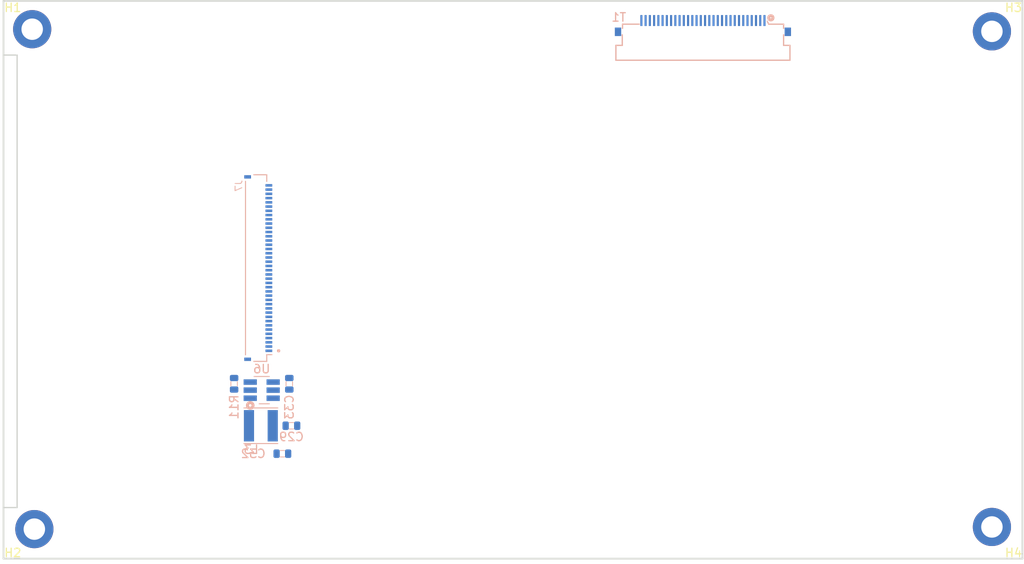
<source format=kicad_pcb>
(kicad_pcb (version 20221018) (generator pcbnew)
  (layers (0 "F.Cu" signal) (1 "In1.Cu" power) (2 "In2.Cu" power) (31 "B.Cu" signal) (34 "B.Paste" user) (35 "F.Paste" user) (36 "B.SilkS" user "B.Silkscreen") (37 "F.SilkS" user "F.Silkscreen") (38 "B.Mask" user) (39 "F.Mask" user) (44 "Edge.Cuts" user))
  (net 0 "")
  (net 1 "GND")
  (net 2 "VDD_1V8")
  (net 3 "VDD_3V3")
  (net 4 "/VLED+")
  (net 5 "Net-(H1-Pad1)")
  (net 6 "Net-(H2-Pad1)")
  (net 7 "Net-(H3-Pad1)")
  (net 8 "Net-(H4-Pad1)")
  (net 9 "Net-(J7-Pad40)")
  (net 10 "Net-(J7-Pad39)")
  (net 11 "Net-(J7-Pad38)")
  (net 12 "Net-(J7-Pad37)")
  (net 13 "Net-(J7-Pad36)")
  (net 14 "Net-(J7-Pad35)")
  (net 15 "Net-(J7-Pad34)")
  (net 16 "Net-(J7-Pad33)")
  (net 17 "Net-(J7-Pad32)")
  (net 18 "Net-(J7-Pad29)")
  (net 19 "Net-(J7-Pad28)")
  (net 20 "/LCD_RESET")
  (net 21 "/LCD_TE")
  (net 22 "Net-(J7-Pad25)")
  (net 23 "/VLED-")
  (net 24 "Net-(L3-Pad2)")
  (net 25 "/DISP_D3_P")
  (net 26 "/DISP_D3_N")
  (net 27 "/DISP_D2_P")
  (net 28 "/DISP_D2_N")
  (net 29 "/DISP_CK_P")
  (net 30 "/DISP_CK_N")
  (net 31 "/DISP_D1_P")
  (net 32 "/DISP_D1_N")
  (net 33 "/DISP_D0_P")
  (net 34 "/DISP_D0_N")
  (net 35 "/DRDY_M")
  (net 36 "/BL_PWM")
  (net 37 "/SMIC_R")
  (net 38 "/SMIC_L")
  (net 39 "/SPK_R")
  (net 40 "/SPK_L")
  (footprint "kimchi_ulid:M2.5HOLE" (layer "F.Cu") (at 103.378 37.592)
    (fp_text reference "H1" (at -2.286 -2.54) (layer "F.SilkS"))
    (fp_text value "M2.5HOLE")
    (pad "1" thru_hole circle (at 0 0) (size 4.5 4.5) (drill 2.525) (layers "*.Cu" "*.Mask") (net 5 "Net-(H1-Pad1)"))
  )
  (footprint "kimchi_ulid:M2.5HOLE" (layer "F.Cu") (at 103.632 96.52)
    (fp_text reference "H2" (at -2.54 2.794) (layer "F.SilkS"))
    (fp_text value "M2.5HOLE")
    (pad "1" thru_hole circle (at 0 0) (size 4.5 4.5) (drill 2.525) (layers "*.Cu" "*.Mask") (net 6 "Net-(H2-Pad1)"))
  )
  (footprint "kimchi_ulid:M2.5HOLE" (layer "F.Cu") (at 216.408 37.846)
    (fp_text reference "H3" (at 2.54 -2.794) (layer "F.SilkS"))
    (fp_text value "M2.5HOLE")
    (pad "1" thru_hole circle (at 0 0) (size 4.5 4.5) (drill 2.525) (layers "*.Cu" "*.Mask") (net 7 "Net-(H3-Pad1)"))
  )
  (footprint "kimchi_ulid:M2.5HOLE" (layer "F.Cu") (at 216.408 96.266)
    (fp_text reference "H4" (at 2.54 3.048) (layer "F.SilkS"))
    (fp_text value "M2.5HOLE")
    (pad "1" thru_hole circle (at 0 0) (size 4.5 4.5) (drill 2.525) (layers "*.Cu" "*.Mask") (net 8 "Net-(H4-Pad1)"))
  )
  (footprint "kimchi_ulid:HRS_FH19C-40S-0.5SH_1x40-1MP_P0.50mm" (layer "B.Cu") (at 130 65.749999 90)
    (fp_text reference "J7" (at 9.702 -2.294 270) (layer "B.SilkS") (effects (font (size 0.8 0.8) (thickness 0.1)) (justify mirror)))
    (fp_text value "FH19C-40S-0.5SH(10)")
    (fp_line (start -11 1) (end -11 -0.53) (stroke (width 0.127)) (layer "B.SilkS"))
    (fp_line (start -10.23 -1.5) (end 10.23 -1.5) (stroke (width 0.127)) (layer "B.SilkS"))
    (fp_line (start -10.21 1) (end -11 1) (stroke (width 0.127)) (layer "B.SilkS"))
    (fp_line (start -10.21 1) (end -10.21 1.61) (stroke (width 0.127)) (layer "B.SilkS"))
    (fp_line (start 10.21 1) (end 11 1) (stroke (width 0.127)) (layer "B.SilkS"))
    (fp_line (start 11 1) (end 11 -0.53) (stroke (width 0.127)) (layer "B.SilkS"))
    (fp_circle (center -9.75 2.4) (end -9.65 2.4) (stroke (width 0.2)) (fill none) (layer "B.SilkS"))
    (pad "1" smd rect locked (at -9.75 1.25 90) (size 0.3 0.8) (layers "B.Cu" "B.Mask") (net 23 "/VLED-"))
    (pad "2" smd rect locked (at -9.25 1.25 90) (size 0.3 0.8) (layers "B.Cu" "B.Mask") (net 23 "/VLED-"))
    (pad "3" smd rect locked (at -8.75 1.25 90) (size 0.3 0.8) (layers "B.Cu" "B.Mask") (net 4 "/VLED+"))
    (pad "4" smd rect locked (at -8.25 1.25 90) (size 0.3 0.8) (layers "B.Cu" "B.Mask") (net 1 "GND"))
    (pad "5" smd rect locked (at -7.75 1.25 90) (size 0.3 0.8) (layers "B.Cu" "B.Mask") (net 1 "GND"))
    (pad "6" smd rect locked (at -7.25 1.25 90) (size 0.3 0.8) (layers "B.Cu" "B.Mask") (net 34 "/DISP_D0_N"))
    (pad "7" smd rect locked (at -6.75 1.25 90) (size 0.3 0.8) (layers "B.Cu" "B.Mask") (net 33 "/DISP_D0_P"))
    (pad "8" smd rect locked (at -6.25 1.25 90) (size 0.3 0.8) (layers "B.Cu" "B.Mask") (net 1 "GND"))
    (pad "9" smd rect locked (at -5.75 1.25 90) (size 0.3 0.8) (layers "B.Cu" "B.Mask") (net 32 "/DISP_D1_N"))
    (pad "10" smd rect locked (at -5.25 1.25 90) (size 0.3 0.8) (layers "B.Cu" "B.Mask") (net 31 "/DISP_D1_P"))
    (pad "11" smd rect locked (at -4.75 1.25 90) (size 0.3 0.8) (layers "B.Cu" "B.Mask") (net 1 "GND"))
    (pad "12" smd rect locked (at -4.25 1.25 90) (size 0.3 0.8) (layers "B.Cu" "B.Mask") (net 30 "/DISP_CK_N"))
    (pad "13" smd rect locked (at -3.75 1.25 90) (size 0.3 0.8) (layers "B.Cu" "B.Mask") (net 29 "/DISP_CK_P"))
    (pad "14" smd rect locked (at -3.25 1.25 90) (size 0.3 0.8) (layers "B.Cu" "B.Mask") (net 1 "GND"))
    (pad "15" smd rect locked (at -2.75 1.25 90) (size 0.3 0.8) (layers "B.Cu" "B.Mask") (net 28 "/DISP_D2_N"))
    (pad "16" smd rect locked (at -2.25 1.25 90) (size 0.3 0.8) (layers "B.Cu" "B.Mask") (net 27 "/DISP_D2_P"))
    (pad "17" smd rect locked (at -1.75 1.25 90) (size 0.3 0.8) (layers "B.Cu" "B.Mask") (net 1 "GND"))
    (pad "18" smd rect locked (at -1.25 1.25 90) (size 0.3 0.8) (layers "B.Cu" "B.Mask") (net 26 "/DISP_D3_N"))
    (pad "19" smd rect locked (at -0.75 1.25 90) (size 0.3 0.8) (layers "B.Cu" "B.Mask") (net 25 "/DISP_D3_P"))
    (pad "20" smd rect locked (at -0.25 1.25 90) (size 0.3 0.8) (layers "B.Cu" "B.Mask") (net 1 "GND"))
    (pad "21" smd rect locked (at 0.25 1.25 90) (size 0.3 0.8) (layers "B.Cu" "B.Mask") (net 3 "VDD_3V3"))
    (pad "22" smd rect locked (at 0.75 1.25 90) (size 0.3 0.8) (layers "B.Cu" "B.Mask") (net 3 "VDD_3V3"))
    (pad "23" smd rect locked (at 1.25 1.25 90) (size 0.3 0.8) (layers "B.Cu" "B.Mask") (net 1 "GND"))
    (pad "24" smd rect locked (at 1.75 1.25 90) (size 0.3 0.8) (layers "B.Cu" "B.Mask") (net 1 "GND"))
    (pad "25" smd rect locked (at 2.25 1.25 90) (size 0.3 0.8) (layers "B.Cu" "B.Mask") (net 22 "Net-(J7-Pad25)"))
    (pad "26" smd rect locked (at 2.75 1.25 90) (size 0.3 0.8) (layers "B.Cu" "B.Mask") (net 21 "/LCD_TE"))
    (pad "27" smd rect locked (at 3.25 1.25 90) (size 0.3 0.8) (layers "B.Cu" "B.Mask") (net 20 "/LCD_RESET"))
    (pad "28" smd rect locked (at 3.75 1.25 90) (size 0.3 0.8) (layers "B.Cu" "B.Mask") (net 19 "Net-(J7-Pad28)"))
    (pad "29" smd rect locked (at 4.25 1.25 90) (size 0.3 0.8) (layers "B.Cu" "B.Mask") (net 18 "Net-(J7-Pad29)"))
    (pad "30" smd rect locked (at 4.75 1.25 90) (size 0.3 0.8) (layers "B.Cu" "B.Mask") (net 3 "VDD_3V3"))
    (pad "31" smd rect locked (at 5.25 1.25 90) (size 0.3 0.8) (layers "B.Cu" "B.Mask") (net 3 "VDD_3V3"))
    (pad "32" smd rect locked (at 5.75 1.25 90) (size 0.3 0.8) (layers "B.Cu" "B.Mask") (net 17 "Net-(J7-Pad32)"))
    (pad "33" smd rect locked (at 6.25 1.25 90) (size 0.3 0.8) (layers "B.Cu" "B.Mask") (net 16 "Net-(J7-Pad33)"))
    (pad "34" smd rect locked (at 6.75 1.25 90) (size 0.3 0.8) (layers "B.Cu" "B.Mask") (net 15 "Net-(J7-Pad34)"))
    (pad "35" smd rect locked (at 7.25 1.25 90) (size 0.3 0.8) (layers "B.Cu" "B.Mask") (net 14 "Net-(J7-Pad35)"))
    (pad "36" smd rect locked (at 7.75 1.25 90) (size 0.3 0.8) (layers "B.Cu" "B.Mask") (net 13 "Net-(J7-Pad36)"))
    (pad "37" smd rect locked (at 8.25 1.25 90) (size 0.3 0.8) (layers "B.Cu" "B.Mask") (net 12 "Net-(J7-Pad37)"))
    (pad "38" smd rect locked (at 8.75 1.25 90) (size 0.3 0.8) (layers "B.Cu" "B.Mask") (net 11 "Net-(J7-Pad38)"))
    (pad "39" smd rect locked (at 9.25 1.25 90) (size 0.3 0.8) (layers "B.Cu" "B.Mask") (net 10 "Net-(J7-Pad39)"))
    (pad "40" smd rect locked (at 9.75 1.25 90) (size 0.3 0.8) (layers "B.Cu" "B.Mask") (net 9 "Net-(J7-Pad40)"))
    (pad "MP" smd rect locked (at -10.75 -1.25 90) (size 0.4 0.8) (layers "B.Cu" "B.Paste" "B.Mask") (net 1 "GND"))
    (pad "MP" smd rect locked (at 10.75 -1.25 90) (size 0.4 0.8) (layers "B.Cu" "B.Paste" "B.Mask") (net 1 "GND"))
  )
  (footprint "kimchi_ulid:L_Taiyo-Yuden_MD-4040" (layer "B.Cu") (at 130.307999 84.335001 180)
    (fp_text reference "L3" (at 1.149999 -2.804999) (layer "B.SilkS") (effects (justify mirror)))
    (fp_text value "TYA4012220M-10")
    (fp_line (start -2 -2.1) (end 2 -2.1) (stroke (width 0.12)) (layer "B.SilkS"))
    (fp_line (start -2 2.1) (end 2 2.1) (stroke (width 0.12)) (layer "B.SilkS"))
    (pad "1" smd rect (at -1.4 0 180) (size 1.2 3.7) (layers "B.Cu" "B.Paste" "B.Mask") (net 3 "VDD_3V3"))
    (pad "2" smd rect (at 1.4 0 180) (size 1.2 3.7) (layers "B.Cu" "B.Paste" "B.Mask") (net 24 "Net-(L3-Pad2)"))
  )
  (footprint "kimchi_ulid:C0603" (layer "B.Cu") (at 133.658 79.39 90)
    (fp_text reference "C33" (at -2.75 0 90) (layer "B.SilkS") (effects (justify mirror)))
    (fp_text value "CGA3E3X7R1H224K080AB" hide)
    (fp_line (start -0.254 -0.381) (end 0.254 -0.381) (stroke (width 0.1)) (layer "B.SilkS"))
    (fp_line (start -0.254 0.381) (end 0.254 0.381) (stroke (width 0.1)) (layer "B.SilkS"))
    (pad "1" smd roundrect (at -0.68 0 90) (size 0.74 1) (layers "B.Cu" "B.Paste" "B.Mask") (net 4 "/VLED+"))
    (pad "2" smd roundrect (at 0.68 0 90) (size 0.74 1) (layers "B.Cu" "B.Paste" "B.Mask") (net 1 "GND"))
  )
  (footprint "kimchi_ulid:C0603" (layer "B.Cu") (at 133.908 84.335001)
    (fp_text reference "C29" (at 0 1.304999) (layer "B.SilkS") (effects (justify mirror)))
    (fp_text value "C0603C104M5RACAUTO" hide)
    (fp_line (start -0.254 -0.381) (end 0.254 -0.381) (stroke (width 0.1)) (layer "B.SilkS"))
    (fp_line (start -0.254 0.381) (end 0.254 0.381) (stroke (width 0.1)) (layer "B.SilkS"))
    (pad "1" smd roundrect (at -0.68 0) (size 0.74 1) (layers "B.Cu" "B.Paste" "B.Mask") (net 3 "VDD_3V3"))
    (pad "2" smd roundrect (at 0.68 0) (size 0.74 1) (layers "B.Cu" "B.Paste" "B.Mask") (net 1 "GND"))
  )
  (footprint "kimchi_ulid:R0603" (layer "B.Cu") (at 127.158 79.39 -90)
    (fp_text reference "R11" (at 2.75 0 90) (layer "B.SilkS") (effects (justify mirror)))
    (fp_text value "RE0603FRE0710RL")
    (fp_line (start -0.254 -0.381) (end 0.254 -0.381) (stroke (width 0.1)) (layer "B.SilkS"))
    (fp_line (start -0.254 0.381) (end 0.254 0.381) (stroke (width 0.1)) (layer "B.SilkS"))
    (pad "1" smd roundrect (at -0.68 0 270) (size 0.74 1) (layers "B.Cu" "B.Paste" "B.Mask") (net 23 "/VLED-"))
    (pad "2" smd roundrect (at 0.68 0 270) (size 0.74 1) (layers "B.Cu" "B.Paste" "B.Mask") (net 1 "GND"))
  )
  (footprint "kimchi_ulid:SOT-23-6_Handsoldering" (layer "B.Cu") (at 130.408 80.14)
    (fp_text reference "U6" (at 0 -2.5) (layer "B.SilkS") (effects (justify mirror)))
    (fp_text value "AP3019AKTR-G1")
    (fp_line (start -0.9 -1.61) (end 0.9 -1.61) (stroke (width 0.12)) (layer "B.SilkS"))
    (fp_line (start 0.9 1.61) (end -0.3 1.61) (stroke (width 0.12)) (layer "B.SilkS"))
    (fp_circle (center -1.35 1.8) (end -1.2 1.85) (stroke (width 0.35)) (fill none) (layer "B.SilkS"))
    (pad "1" smd rect (at -1.35 0.95) (size 1.56 0.65) (layers "B.Cu" "B.Paste" "B.Mask") (net 24 "Net-(L3-Pad2)"))
    (pad "2" smd rect (at -1.35 0) (size 1.56 0.65) (layers "B.Cu" "B.Paste" "B.Mask") (net 1 "GND"))
    (pad "3" smd rect (at -1.35 -0.95) (size 1.56 0.65) (layers "B.Cu" "B.Paste" "B.Mask") (net 23 "/VLED-"))
    (pad "4" smd rect (at 1.35 -0.95) (size 1.56 0.65) (layers "B.Cu" "B.Paste" "B.Mask") (net 36 "/BL_PWM"))
    (pad "5" smd rect (at 1.35 0) (size 1.56 0.65) (layers "B.Cu" "B.Paste" "B.Mask") (net 4 "/VLED+"))
    (pad "6" smd rect (at 1.35 0.95) (size 1.56 0.65) (layers "B.Cu" "B.Paste" "B.Mask") (net 3 "VDD_3V3"))
  )
  (footprint "kimchi_ulid:SFV30R-4STBE1HLF" (layer "B.Cu") (at 182.372 40)
    (fp_text reference "T1" (at -9.906 -3.81) (layer "B.SilkS") (effects (justify mirror)))
    (fp_text value "SFV30R-4STBE1HLF" hide)
    (fp_line (start -10.25 -0.5) (end -9.5 -0.5) (stroke (width 0.1524)) (layer "B.SilkS"))
    (fp_line (start -10.25 1.25) (end -10.25 -0.5) (stroke (width 0.1524)) (layer "B.SilkS"))
    (fp_line (start -9.5 -0.5) (end -9.5 -1.75) (stroke (width 0.1524)) (layer "B.SilkS"))
    (fp_line (start -9.469061 -3) (end -7.5 -3) (stroke (width 0.1524)) (layer "B.SilkS"))
    (fp_line (start -9.469061 -2.5) (end -9.469061 -3) (stroke (width 0.1524)) (layer "B.SilkS"))
    (fp_line (start 7.75 -3) (end 7.57474 -3.35052) (stroke (width 0.1524)) (layer "B.SilkS"))
    (fp_line (start 7.75 -3) (end 9.5 -3) (stroke (width 0.1524)) (layer "B.SilkS"))
    (fp_line (start 9.5 -3) (end 9.5 -2.5) (stroke (width 0.1524)) (layer "B.SilkS"))
    (fp_line (start 9.5 -0.5) (end 9.5 -1.75) (stroke (width 0.1524)) (layer "B.SilkS"))
    (fp_line (start 10.25 -0.5) (end 9.5 -0.5) (stroke (width 0.1524)) (layer "B.SilkS"))
    (fp_line (start 10.25 1.25) (end -10.25 1.25) (stroke (width 0.1524)) (layer "B.SilkS"))
    (fp_line (start 10.25 1.25) (end 10.25 -0.5) (stroke (width 0.1524)) (layer "B.SilkS"))
    (fp_circle (center 8 -3.75) (end 8.25 -3.75) (stroke (width 0.35)) (fill none) (layer "B.SilkS"))
    (pad "1" smd rect locked (at 7.250001 -3.429 270) (size 1.2954 0.254) (layers "B.Cu" "B.Paste" "B.Mask") (net 35 "/DRDY_M"))
    (pad "2" smd rect locked (at 6.750002 -3.429 270) (size 1.2954 0.254) (layers "B.Cu" "B.Paste" "B.Mask") (net 20 "/LCD_RESET"))
    (pad "3" smd rect locked (at 6.250001 -3.429 270) (size 1.2954 0.254) (layers "B.Cu" "B.Paste" "B.Mask") (net 21 "/LCD_TE"))
    (pad "4" smd rect locked (at 5.750002 -3.429 270) (size 1.2954 0.254) (layers "B.Cu" "B.Paste" "B.Mask") (net 36 "/BL_PWM"))
    (pad "5" smd rect locked (at 5.25 -3.429 270) (size 1.2954 0.254) (layers "B.Cu" "B.Paste" "B.Mask") (net 1 "GND"))
    (pad "6" smd rect locked (at 4.750001 -3.429 270) (size 1.2954 0.254) (layers "B.Cu" "B.Paste" "B.Mask") (net 33 "/DISP_D0_P"))
    (pad "7" smd rect locked (at 4.250002 -3.429 270) (size 1.2954 0.254) (layers "B.Cu" "B.Paste" "B.Mask") (net 34 "/DISP_D0_N"))
    (pad "8" smd rect locked (at 3.750001 -3.429 270) (size 1.2954 0.254) (layers "B.Cu" "B.Paste" "B.Mask") (net 1 "GND"))
    (pad "9" smd rect locked (at 3.250002 -3.429 270) (size 1.2954 0.254) (layers "B.Cu" "B.Paste" "B.Mask") (net 31 "/DISP_D1_P"))
    (pad "10" smd rect locked (at 2.750003 -3.429 270) (size 1.2954 0.254) (layers "B.Cu" "B.Paste" "B.Mask") (net 32 "/DISP_D1_N"))
    (pad "11" smd rect locked (at 2.250001 -3.429 270) (size 1.2954 0.254) (layers "B.Cu" "B.Paste" "B.Mask") (net 1 "GND"))
    (pad "12" smd rect locked (at 1.750002 -3.429 270) (size 1.2954 0.254) (layers "B.Cu" "B.Paste" "B.Mask") (net 29 "/DISP_CK_P"))
    (pad "13" smd rect locked (at 1.25 -3.429 270) (size 1.2954 0.254) (layers "B.Cu" "B.Paste" "B.Mask") (net 30 "/DISP_CK_N"))
    (pad "14" smd rect locked (at 0.750002 -3.429 270) (size 1.2954 0.254) (layers "B.Cu" "B.Paste" "B.Mask") (net 1 "GND"))
    (pad "15" smd rect locked (at 0.250003 -3.429 270) (size 1.2954 0.254) (layers "B.Cu" "B.Paste" "B.Mask") (net 27 "/DISP_D2_P"))
    (pad "16" smd rect locked (at -0.249999 -3.429 270) (size 1.2954 0.254) (layers "B.Cu" "B.Paste" "B.Mask") (net 28 "/DISP_D2_N"))
    (pad "17" smd rect locked (at -0.749998 -3.429 270) (size 1.2954 0.254) (layers "B.Cu" "B.Paste" "B.Mask") (net 1 "GND"))
    (pad "18" smd rect locked (at -1.25 -3.429 270) (size 1.2954 0.254) (layers "B.Cu" "B.Paste" "B.Mask") (net 25 "/DISP_D3_P"))
    (pad "19" smd rect locked (at -1.749999 -3.429 270) (size 1.2954 0.254) (layers "B.Cu" "B.Paste" "B.Mask") (net 26 "/DISP_D3_N"))
    (pad "20" smd rect locked (at -2.249998 -3.429 270) (size 1.2954 0.254) (layers "B.Cu" "B.Paste" "B.Mask") (net 1 "GND"))
    (pad "21" smd rect locked (at -2.749999 -3.429 270) (size 1.2954 0.254) (layers "B.Cu" "B.Paste" "B.Mask") (net 2 "VDD_1V8"))
    (pad "22" smd rect locked (at -3.249998 -3.429 270) (size 1.2954 0.254) (layers "B.Cu" "B.Paste" "B.Mask") (net 2 "VDD_1V8"))
    (pad "23" smd rect locked (at -3.75 -3.429 270) (size 1.2954 0.254) (layers "B.Cu" "B.Paste" "B.Mask") (net 2 "VDD_1V8"))
    (pad "24" smd rect locked (at -4.249999 -3.429 270) (size 1.2954 0.254) (layers "B.Cu" "B.Paste" "B.Mask") (net 3 "VDD_3V3"))
    (pad "25" smd rect locked (at -4.75 -3.429 270) (size 1.2954 0.254) (layers "B.Cu" "B.Paste" "B.Mask") (net 3 "VDD_3V3"))
    (pad "26" smd rect locked (at -5.25 -3.429 270) (size 1.2954 0.254) (layers "B.Cu" "B.Paste" "B.Mask") (net 3 "VDD_3V3"))
    (pad "27" smd rect locked (at -5.75 -3.429 270) (size 1.2954 0.254) (layers "B.Cu" "B.Paste" "B.Mask") (net 40 "/SPK_L"))
    (pad "28" smd rect locked (at -6.25 -3.429 270) (size 1.2954 0.254) (layers "B.Cu" "B.Paste" "B.Mask") (net 39 "/SPK_R"))
    (pad "29" smd rect locked (at -6.75 -3.429 270) (size 1.2954 0.254) (layers "B.Cu" "B.Paste" "B.Mask") (net 38 "/SMIC_L"))
    (pad "30" smd rect locked (at -7.25 -3.429 270) (size 1.2954 0.254) (layers "B.Cu" "B.Paste" "B.Mask") (net 37 "/SMIC_R"))
    (pad "31" smd rect locked (at -10 -2.1) (size 0.75 1) (layers "B.Cu" "B.Paste" "B.Mask"))
    (pad "32" smd rect locked (at 10 -2.1) (size 0.75 1) (layers "B.Cu" "B.Paste" "B.Mask"))
  )
  (footprint "kimchi_ulid:C0603" (layer "B.Cu") (at 132.842 87.63)
    (fp_text reference "C32" (at -3.429 0) (layer "B.SilkS") (effects (justify mirror)))
    (fp_text value "C0603C105K4PAC7411" hide)
    (fp_line (start -0.254 -0.381) (end 0.254 -0.381) (stroke (width 0.1)) (layer "B.SilkS"))
    (fp_line (start -0.254 0.381) (end 0.254 0.381) (stroke (width 0.1)) (layer "B.SilkS"))
    (pad "1" smd roundrect (at -0.68 0) (size 0.74 1) (layers "B.Cu" "B.Paste" "B.Mask") (net 3 "VDD_3V3"))
    (pad "2" smd roundrect (at 0.68 0) (size 0.74 1) (layers "B.Cu" "B.Paste" "B.Mask") (net 1 "GND"))
  )
  (gr_line (start 100.076 93.98) (end 101.6 93.98) (stroke (width 0.15)) (layer "Edge.Cuts"))
  (gr_line (start 101.6 93.98) (end 101.6 40.64) (stroke (width 0.15)) (layer "Edge.Cuts"))
  (gr_line (start 99.999999 34.25) (end 220 34.25) (stroke (width 0.2)) (layer "Edge.Cuts"))
  (gr_line (start 220 99.999999) (end 220 34.25) (stroke (width 0.2)) (layer "Edge.Cuts"))
  (gr_line (start 100 100) (end 99.999999 34.25) (stroke (width 0.2)) (layer "Edge.Cuts"))
  (gr_line (start 100 100) (end 220 99.999999) (stroke (width 0.2)) (layer "Edge.Cuts"))
  (gr_line (start 101.6 40.64) (end 100.076 40.64) (stroke (width 0.15)) (layer "Edge.Cuts"))
)
</source>
